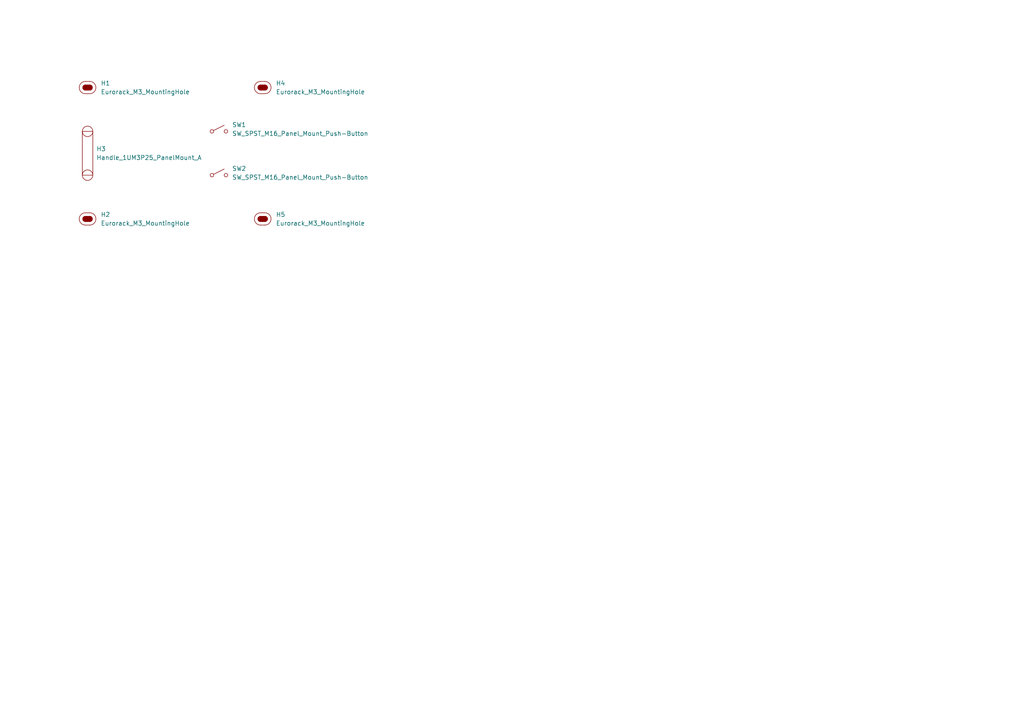
<source format=kicad_sch>
(kicad_sch (version 20250114) (generator "eeschema") (generator_version "9.0")
  (paper "A4")
  (lib_symbols
    (symbol "EXC:Eurorack_M3_MountingHole" (pin_names (offset 1.016))
      (property "Reference" "H" (at 0 5.08 0))
      (property "Value" "Eurorack_M3_MountingHole" (at 0 3.175 0))
      (symbol "Eurorack_M3_MountingHole_0_1"
        (polyline (pts (xy -0.635 0.762) (xy 0.635 0.762)))
        (circle (center -0.635 0) (radius 0.762) (fill (type outline)))
        (arc (start -0.635 -0.762) (mid -1.397 0) (end -0.635 0.762))
        (arc (start -0.635 -1.778) (mid -2.413 0) (end -0.635 1.778))
        (polyline (pts (xy -0.635 -0.762) (xy 0.635 -0.762)))
        (polyline (pts (xy -0.635 -1.778) (xy 0.635 -1.778)))
        (circle (center 0 0) (radius 0.762) (fill (type outline)))
        (polyline (pts (xy 0.635 1.778) (xy -0.635 1.778)))
        (arc (start 0.6141 1.778) (mid 2.4131 0) (end 0.6141 -1.778))
        (arc (start 0.6227 0.762) (mid 1.3971 0) (end 0.6227 -0.762))
        (circle (center 0.635 0) (radius 0.762) (fill (type outline)))
      )
    )
    (symbol "EXC:Handle_1UM3P25_A"
      (property "Reference" "H" (at 0 -6.35 0))
      (property "Value" "Handle_1UM3P25_PanelMount_A" (at 0.254 -17.018 0))
      (symbol "Handle_1UM3P25_A_0_1"
        (rectangle (start -1.524 0) (end 1.524 -12.7))
        (circle (center 0 0) (radius 1.524))
        (circle (center 0 -12.7) (radius 1.524))
      )
    )
    (symbol "EXC:SW_SPST-M16_Panel_Mount_Push-Button" (pin_names (offset 0) (hide yes))
      (property "Reference" "SW" (at 0 3.175 0))
      (property "Value" "SW_SPST_M16_Panel_Mount_Push-Button" (at 0 -2.032 0))
      (symbol "SW_SPST-M16_Panel_Mount_Push-Button_0_0"
        (circle (center -2.032 0) (radius 0.508))
        (polyline (pts (xy -1.524 0.254) (xy 1.524 1.778)))
        (circle (center 2.032 0) (radius 0.508))
      )
    )
  )
  (symbol (lib_id "EXC:Eurorack_M3_MountingHole") (at 25.4 63.5 0) (unit 1)
    (property "Reference" "H2" (at 29.21 62.2299 0) (effects (justify left)))
    (property "Value" "Eurorack_M3_MountingHole" (at 29.21 64.7699 0) (effects (justify left)))
    (property "Footprint" "EXC:MountingHole_3.2mm_M3" (effects (hide yes)))
    (property "Description" "Mounting Hole without connection" (effects (hide yes)))
  )
  (symbol (lib_id "EXC:Eurorack_M3_MountingHole") (at 76.2 63.5 0) (unit 1)
    (property "Reference" "H5" (at 80.01 62.2299 0) (effects (justify left)))
    (property "Value" "Eurorack_M3_MountingHole" (at 80.01 64.7699 0) (effects (justify left)))
    (property "Footprint" "EXC:MountingHole_3.2mm_M3" (effects (hide yes)))
    (property "Description" "Mounting Hole without connection" (effects (hide yes)))
  )
  (symbol (lib_id "EXC:Handle_1UM3P25_A") (at 25.4 38.1 0) (unit 1)
    (property "Reference" "H3" (at 27.94 43.1799 0) (effects (justify left)))
    (property "Value" "Handle_1UM3P25_PanelMount_A" (at 27.94 45.7199 0) (effects (justify left)))
    (property "Footprint" "EXC:Handle_1UM3P25_A" (effects (hide yes)))
  )
  (symbol (lib_id "EXC:SW_SPST-M16_Panel_Mount_Push-Button") (at 63.5 50.8 0) (unit 1)
    (property "Reference" "SW2" (at 67.31 48.8949 0) (effects (justify left)))
    (property "Value" "SW_SPST_M16_Panel_Mount_Push-Button" (at 67.31 51.4349 0) (effects (justify left)))
    (property "Footprint" "EXC:SW_SPST_M16_Panel_Mount_Push-Button" (effects (hide yes)))
    (property "Datasheet" "https://ae01.alicdn.com/kf/Hb7108e41e3624ebcb499960f1397143a2.jpg" (effects (hide yes)))
    (property "Description" "Single Pole Single-Throw (SPST) M16 panel-mount Push-Button switch" (effects (hide yes)))
    (property "Source" "https://www.aliexpress.com/item/4000830670631.html" (effects (hide yes)))
  )
  (symbol (lib_id "EXC:Eurorack_M3_MountingHole") (at 76.2 25.4 0) (unit 1)
    (property "Reference" "H4" (at 80.01 24.1299 0) (effects (justify left)))
    (property "Value" "Eurorack_M3_MountingHole" (at 80.01 26.6699 0) (effects (justify left)))
    (property "Footprint" "EXC:MountingHole_3.2mm_M3" (effects (hide yes)))
    (property "Description" "Mounting Hole without connection" (effects (hide yes)))
  )
  (symbol (lib_id "EXC:Eurorack_M3_MountingHole") (at 25.4 25.4 0) (unit 1)
    (property "Reference" "H1" (at 29.21 24.1299 0) (effects (justify left)))
    (property "Value" "Eurorack_M3_MountingHole" (at 29.21 26.6699 0) (effects (justify left)))
    (property "Footprint" "EXC:MountingHole_3.2mm_M3" (effects (hide yes)))
    (property "Description" "Mounting Hole without connection" (effects (hide yes)))
  )
  (symbol (lib_id "EXC:SW_SPST-M16_Panel_Mount_Push-Button") (at 63.5 38.1 0) (unit 1)
    (property "Reference" "SW1" (at 67.31 36.1949 0) (effects (justify left)))
    (property "Value" "SW_SPST_M16_Panel_Mount_Push-Button" (at 67.31 38.7349 0) (effects (justify left)))
    (property "Footprint" "EXC:SW_SPST_M16_Panel_Mount_Push-Button" (effects (hide yes)))
    (property "Datasheet" "https://ae01.alicdn.com/kf/Hb7108e41e3624ebcb499960f1397143a2.jpg" (effects (hide yes)))
    (property "Description" "Single Pole Single-Throw (SPST) M16 panel-mount Push-Button switch" (effects (hide yes)))
    (property "Source" "https://www.aliexpress.com/item/4000830670631.html" (effects (hide yes)))
  )
)
</source>
